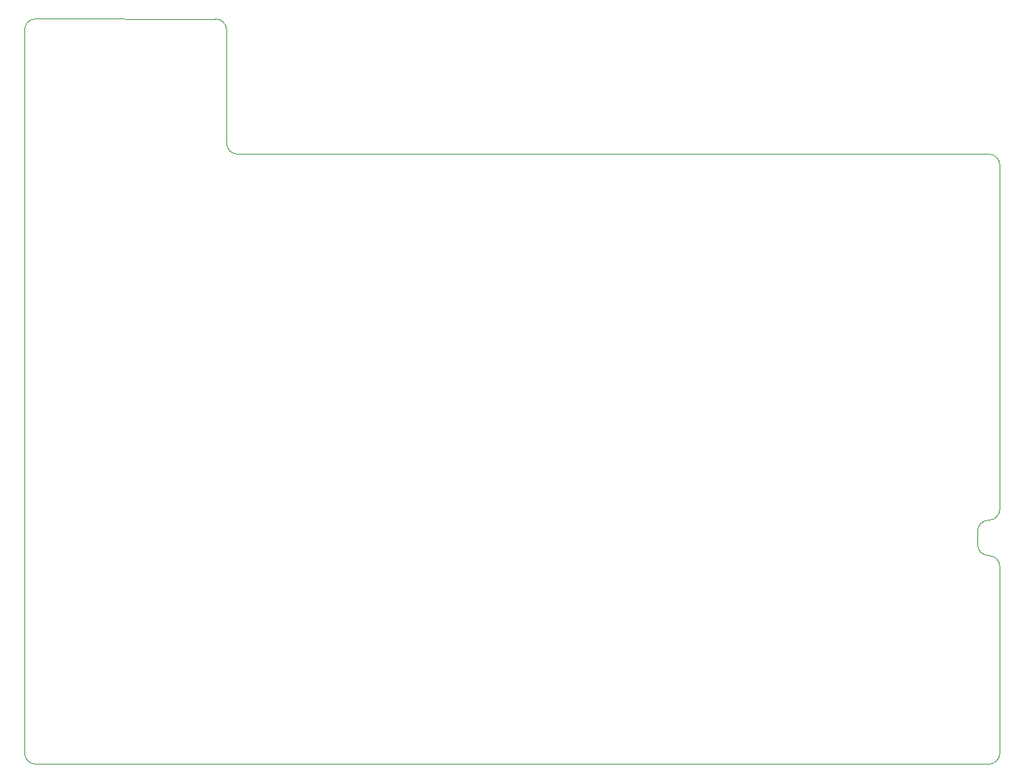
<source format=gbr>
G04 #@! TF.GenerationSoftware,KiCad,Pcbnew,(5.1.2)-2*
G04 #@! TF.CreationDate,2020-12-20T10:54:09+00:00*
G04 #@! TF.ProjectId,Greaseweazle F1 Gotek (+ USB B),47726561-7365-4776-9561-7a6c65204631,1*
G04 #@! TF.SameCoordinates,PX6312cb0PY6bcb370*
G04 #@! TF.FileFunction,Profile,NP*
%FSLAX46Y46*%
G04 Gerber Fmt 4.6, Leading zero omitted, Abs format (unit mm)*
G04 Created by KiCad (PCBNEW (5.1.2)-2) date 2020-12-20 10:54:09*
%MOMM*%
%LPD*%
G04 APERTURE LIST*
%ADD10C,0.050000*%
G04 APERTURE END LIST*
D10*
X15748000Y59436000D02*
G75*
G02X14478000Y60706000I0J1270000D01*
G01*
X101694000Y59436000D02*
X15748000Y59436000D01*
X14478000Y73652000D02*
X14478000Y60706000D01*
X13208000Y74922000D02*
G75*
G02X14478000Y73652000I0J-1270000D01*
G01*
X100424000Y16256000D02*
X100424000Y14732000D01*
X101694000Y13462000D02*
G75*
G02X100424000Y14732000I0J1270000D01*
G01*
X101694000Y13462000D02*
G75*
G02X102964000Y12192000I0J-1270000D01*
G01*
X102964000Y12192000D02*
X102964000Y-9144000D01*
X100424000Y16256000D02*
G75*
G02X101694000Y17526000I1270000J0D01*
G01*
X102964000Y18796000D02*
G75*
G02X101694000Y17526000I-1270000J0D01*
G01*
X-7366000Y-10414000D02*
G75*
G02X-8636000Y-9144000I0J1270000D01*
G01*
X102964000Y-9144000D02*
G75*
G02X101694000Y-10414000I-1270000J0D01*
G01*
X101694000Y59436000D02*
G75*
G02X102964000Y58166000I0J-1270000D01*
G01*
X-8636000Y73660000D02*
G75*
G02X-7366000Y74930000I1270000J0D01*
G01*
X-7366000Y-10414000D02*
X101694000Y-10414000D01*
X102964000Y58166000D02*
X102964000Y18796000D01*
X-7366000Y74930000D02*
X13208000Y74922000D01*
X-8636000Y73660000D02*
X-8636000Y-9144000D01*
M02*

</source>
